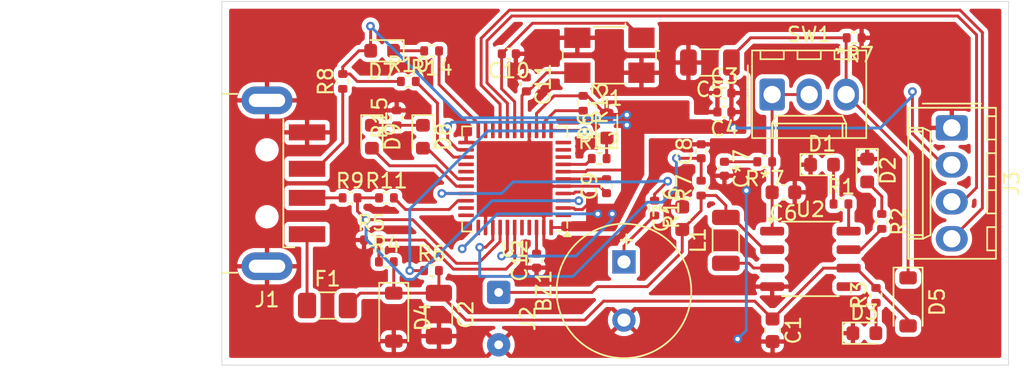
<source format=kicad_pcb>
(kicad_pcb (version 20241229) (generator "pcbnew") (generator_version "9.0")
  (layers (0 "F.Cu" signal) (2 "B.Cu" signal) (13 "F.Paste" user) (15 "B.Paste" user) (5 "F.SilkS" user "F.Silkscreen") (7 "B.SilkS" user "B.Silkscreen") (1 "F.Mask" user) (3 "B.Mask" user) (25 "Edge.Cuts" user))
  (net 0 "")
  (net 1 "GND")
  (net 2 "Net-(D5-K)")
  (net 3 "Net-(BZ1-+)")
  (net 4 "Net-(C*7-Pad1)")
  (net 5 "Net-(D4-K)")
  (net 6 "Net-(SW1-B)")
  (net 7 "Net-(J2-Pin_1)")
  (net 8 "Net-(U1-PF7)")
  (net 9 "Net-(U1-UCAP)")
  (net 10 "Net-(U1-XTAL1)")
  (net 11 "Net-(U1-XTAL2)")
  (net 12 "Net-(U1-AREF)")
  (net 13 "Net-(D1-A)")
  (net 14 "Net-(D2-A)")
  (net 15 "Net-(D3-A)")
  (net 16 "Net-(D6-K)")
  (net 17 "Net-(D7-K)")
  (net 18 "Net-(D8-A)")
  (net 19 "Net-(D8-K)")
  (net 20 "Net-(D9-A)")
  (net 21 "Net-(J1-VBUS)")
  (net 22 "Net-(J1-D+)")
  (net 23 "Net-(J1-D-)")
  (net 24 "Net-(U1-PF4)")
  (net 25 "Net-(U1-PB7)")
  (net 26 "Net-(U1-D-)")
  (net 27 "Net-(U1-PD4)")
  (net 28 "Net-(U1-PC6)")
  (net 29 "Net-(U1-PB0)")
  (net 30 "Net-(U1-~{RESET})")
  (net 31 "Net-(U1-PD5)")
  (net 32 "Net-(U1-PB6)")
  (net 45 "Net-(J3-Pin_3)")
  (net 46 "Net-(J3-Pin_4)")
  (net 47 "Net-(U2-SW)")
  (net 48 "Net-(U2-LED1)")
  (net 49 "Net-(U2-LED2)")
  (footprint "Resistor_SMD:R_0402_1005Metric" (layer "F.Cu") (at 169.16 114.82 180)
    (property "Reference" "R*7" (at 0 -1.17 0) (layer "F.SilkS"))
    (property "Value" "*1.5")
    (pad "1" smd roundrect (at -0.51 0 180) (size 0.54 0.64) (layers "F.Cu" "F.Mask" "F.Paste") (net 6 "Net-(SW1-B)"))
    (pad "2" smd roundrect (at 0.51 0 180) (size 0.54 0.64) (layers "F.Cu" "F.Mask" "F.Paste") (net 4 "Net-(C*7-Pad1)"))
  )
  (footprint "Connector_Molex:Molex_KK-254_AE-6410-04A_1x04_P2.54mm_Vertical" (layer "F.Cu") (at 182 112.49 -90)
    (property "Reference" "J3" (at 3.81 -4.12 90) (layer "F.SilkS"))
    (property "Value" "Conn_01x04_Pin")
    (pad "1" thru_hole roundrect (at 0 0 270) (size 1.74 2.19) (drill 1.19) (layers "*.Cu" "*.Mask") (roundrect_rratio 0.143678) (net 1 "GND"))
    (pad "2" thru_hole oval (at 2.54 0 270) (size 1.74 2.19) (drill 1.19) (layers "*.Cu" "*.Mask") (net 2 "Net-(D5-K)"))
    (pad "3" thru_hole oval (at 5.08 0 270) (size 1.74 2.19) (drill 1.19) (layers "*.Cu" "*.Mask") (net 45 "Net-(J3-Pin_3)"))
    (pad "4" thru_hole oval (at 7.62 0 270) (size 1.74 2.19) (drill 1.19) (layers "*.Cu" "*.Mask") (net 46 "Net-(J3-Pin_4)"))
  )
  (footprint "Resistor_SMD:R_0402_1005Metric" (layer "F.Cu") (at 175.3 106.3 180)
    (property "Reference" "*R7" (at 0 -1.17 0) (layer "F.SilkS"))
    (property "Value" "100")
    (pad "1" smd roundrect (at -0.51 0 180) (size 0.54 0.64) (layers "F.Cu" "F.Mask" "F.Paste") (net 1 "GND"))
    (pad "2" smd roundrect (at 0.51 0 180) (size 0.54 0.64) (layers "F.Cu" "F.Mask" "F.Paste") (net 2 "Net-(D5-K)"))
  )
  (footprint "Capacitor_SMD:C_0402_1005Metric" (layer "F.Cu") (at 153.5 121.62 90)
    (property "Reference" "C12" (at 0 -1.16 90) (layer "F.SilkS"))
    (property "Value" "0.1uF")
    (pad "1" smd roundrect (at -0.48 0 90) (size 0.56 0.62) (layers "F.Cu" "F.Mask" "F.Paste") (net 1 "GND"))
    (pad "2" smd roundrect (at 0.48 0 90) (size 0.56 0.62) (layers "F.Cu" "F.Mask" "F.Paste") (net 12 "Net-(U1-AREF)"))
  )
  (footprint "Diode_SMD:D_SOD-123" (layer "F.Cu") (at 179 124.45 -90)
    (property "Reference" "D5" (at 0 -2 90) (layer "F.SilkS"))
    (property "Value" "SS34")
    (pad "1" smd roundrect (at -1.65 0 270) (size 0.9 1.2) (layers "F.Cu" "F.Mask" "F.Paste") (net 2 "Net-(D5-K)"))
    (pad "2" smd roundrect (at 1.65 0 270) (size 0.9 1.2) (layers "F.Cu" "F.Mask" "F.Paste") (net 5 "Net-(D4-K)"))
  )
  (footprint "Resistor_SMD:R_0402_1005Metric" (layer "F.Cu") (at 143.2 117.3)
    (property "Reference" "R11" (at 0 -1.17 0) (layer "F.SilkS"))
    (property "Value" "1K")
    (pad "1" smd roundrect (at -0.51 0) (size 0.54 0.64) (layers "F.Cu" "F.Mask" "F.Paste") (net 26 "Net-(U1-D-)"))
    (pad "2" smd roundrect (at 0.51 0) (size 0.54 0.64) (layers "F.Cu" "F.Mask" "F.Paste") (net 28 "Net-(U1-PC6)"))
  )
  (footprint "LED_SMD:LED_0603_1608Metric" (layer "F.Cu") (at 142.9 107.19 180)
    (property "Reference" "D7" (at 0 -1.43 0) (layer "F.SilkS"))
    (property "Value" "-DATA_TX")
    (pad "1" smd roundrect (at -0.7875 0 180) (size 0.875 0.95) (layers "F.Cu" "F.Mask" "F.Paste") (net 17 "Net-(D7-K)"))
    (pad "2" smd roundrect (at 0.7875 0 180) (size 0.875 0.95) (layers "F.Cu" "F.Mask" "F.Paste") (net 2 "Net-(D5-K)"))
  )
  (footprint "Resistor_SMD:R_0402_1005Metric" (layer "F.Cu") (at 143.19 121.7)
    (property "Reference" "R4" (at 0 -1.17 0) (layer "F.SilkS"))
    (property "Value" "1K")
    (pad "1" smd roundrect (at -0.51 0) (size 0.54 0.64) (layers "F.Cu" "F.Mask" "F.Paste") (net 24 "Net-(U1-PF4)"))
    (pad "2" smd roundrect (at 0.51 0) (size 0.54 0.64) (layers "F.Cu" "F.Mask" "F.Paste") (net 5 "Net-(D4-K)"))
  )
  (footprint "Capacitor_SMD:C_0603_1608Metric" (layer "F.Cu") (at 163.5 118.7 90)
    (property "Reference" "C7" (at 0 -1.43 90) (layer "F.SilkS"))
    (property "Value" "10uF")
    (pad "1" smd roundrect (at -0.775 0 90) (size 0.9 0.95) (layers "F.Cu" "F.Mask" "F.Paste") (net 7 "Net-(J2-Pin_1)"))
    (pad "2" smd roundrect (at 0.775 0 90) (size 0.9 0.95) (layers "F.Cu" "F.Mask" "F.Paste") (net 1 "GND"))
  )
  (footprint "Resistor_SMD:R_0402_1005Metric" (layer "F.Cu") (at 146.3 107.2 180)
    (property "Reference" "R14" (at 0 -1.17 0) (layer "F.SilkS"))
    (property "Value" "1K")
    (pad "1" smd roundrect (at -0.51 0 180) (size 0.54 0.64) (layers "F.Cu" "F.Mask" "F.Paste") (net 31 "Net-(U1-PD5)"))
    (pad "2" smd roundrect (at 0.51 0 180) (size 0.54 0.64) (layers "F.Cu" "F.Mask" "F.Paste") (net 17 "Net-(D7-K)"))
  )
  (footprint "LED_SMD:LED_0603_1608Metric" (layer "F.Cu") (at 142.2 113.1 -90)
    (property "Reference" "D9" (at 0 -1.43 90) (layer "F.SilkS"))
    (property "Value" "OK")
    (pad "1" smd roundrect (at -0.7875 0 270) (size 0.875 0.95) (layers "F.Cu" "F.Mask" "F.Paste") (net 19 "Net-(D8-K)"))
    (pad "2" smd roundrect (at 0.7875 0 270) (size 0.875 0.95) (layers "F.Cu" "F.Mask" "F.Paste") (net 20 "Net-(D9-A)"))
  )
  (footprint "Inductor_SMD:L_1206_3216Metric" (layer "F.Cu") (at 166.495 120.22 90)
    (property "Reference" "L1" (at 0 -1.9 90) (layer "F.SilkS"))
    (property "Value" "L")
    (pad "1" smd roundrect (at -1.575 0 90) (size 1.05 1.9) (layers "F.Cu" "F.Mask" "F.Paste") (roundrect_rratio 0.238095) (net 47 "Net-(U2-SW)"))
    (pad "2" smd roundrect (at 1.575 0 90) (size 1.05 1.9) (layers "F.Cu" "F.Mask" "F.Paste") (roundrect_rratio 0.238095) (net 7 "Net-(J2-Pin_1)"))
  )
  (footprint "Package_SO:SOP-8_3.9x4.9mm_P1.27mm" (layer "F.Cu") (at 172.295 121.495)
    (property "Reference" "U2" (at 0 -3.4 0) (layer "F.SilkS"))
    (property "Value" "TP4333")
    (pad "1" smd roundrect (at -2.625 -1.905) (size 1.65 0.6) (layers "F.Cu" "F.Mask" "F.Paste") (net 6 "Net-(SW1-B)"))
    (pad "2" smd roundrect (at -2.625 -0.635) (size 1.65 0.6) (layers "F.Cu" "F.Mask" "F.Paste") (net 7 "Net-(J2-Pin_1)"))
    (pad "3" smd roundrect (at -2.625 0.635) (size 1.65 0.6) (layers "F.Cu" "F.Mask" "F.Paste") (net 47 "Net-(U2-SW)"))
    (pad "4" smd roundrect (at -2.625 1.905) (size 1.65 0.6) (layers "F.Cu" "F.Mask" "F.Paste") (net 1 "GND"))
    (pad "5" smd roundrect (at 2.625 1.905) (size 1.65 0.6) (layers "F.Cu" "F.Mask" "F.Paste"))
    (pad "6" smd roundrect (at 2.625 0.635) (size 1.65 0.6) (layers "F.Cu" "F.Mask" "F.Paste") (net 5 "Net-(D4-K)"))
    (pad "7" smd roundrect (at 2.625 -0.635) (size 1.65 0.6) (layers "F.Cu" "F.Mask" "F.Paste") (net 49 "Net-(U2-LED2)"))
    (pad "8" smd roundrect (at 2.625 -1.905) (size 1.65 0.6) (layers "F.Cu" "F.Mask" "F.Paste") (net 48 "Net-(U2-LED1)"))
  )
  (footprint "Package_DFN_QFN:QFN-44-1EP_7x7mm_P0.5mm_EP5.2x5.2mm" (layer "F.Cu") (at 152 116 180)
    (property "Reference" "U1" (at 0 -4.83 0) (layer "F.SilkS"))
    (property "Value" "ATmega32U4-M")
    (pad "1" smd roundrect (at -3.3375 -2.5 180) (size 1.075 0.25) (layers "F.Cu" "F.Mask" "F.Paste"))
    (pad "2" smd roundrect (at -3.3375 -2 180) (size 1.075 0.25) (layers "F.Cu" "F.Mask" "F.Paste") (net 2 "Net-(D5-K)"))
    (pad "3" smd roundrect (at -3.3375 -1.5 180) (size 1.075 0.25) (layers "F.Cu" "F.Mask" "F.Paste") (net 26 "Net-(U1-D-)"))
    (pad "4" smd roundrect (at -3.3375 -1 180) (size 1.075 0.25) (layers "F.Cu" "F.Mask" "F.Paste") (net 2 "Net-(D5-K)"))
    (pad "5" smd roundrect (at -3.3375 -0.5 180) (size 1.075 0.25) (layers "F.Cu" "F.Mask" "F.Paste") (net 1 "GND"))
    (pad "6" smd roundrect (at -3.3375 0 180) (size 1.075 0.25) (layers "F.Cu" "F.Mask" "F.Paste") (net 9 "Net-(U1-UCAP)"))
    (pad "7" smd roundrect (at -3.3375 0.5 180) (size 1.075 0.25) (layers "F.Cu" "F.Mask" "F.Paste") (net 2 "Net-(D5-K)"))
    (pad "8" smd roundrect (at -3.3375 1 180) (size 1.075 0.25) (layers "F.Cu" "F.Mask" "F.Paste") (net 29 "Net-(U1-PB0)"))
    (pad "9" smd roundrect (at -3.3375 1.5 180) (size 1.075 0.25) (layers "F.Cu" "F.Mask" "F.Paste"))
    (pad "10" smd roundrect (at -3.3375 2 180) (size 1.075 0.25) (layers "F.Cu" "F.Mask" "F.Paste"))
    (pad "11" smd roundrect (at -3.3375 2.5 180) (size 1.075 0.25) (layers "F.Cu" "F.Mask" "F.Paste"))
    (pad "12" smd roundrect (at -2.5 3.3375 180) (size 0.25 1.075) (layers "F.Cu" "F.Mask" "F.Paste") (net 25 "Net-(U1-PB7)"))
    (pad "13" smd roundrect (at -2 3.3375 180) (size 0.25 1.075) (layers "F.Cu" "F.Mask" "F.Paste") (net 30 "Net-(U1-~{RESET})"))
    (pad "14" smd roundrect (at -1.5 3.3375 180) (size 0.25 1.075) (layers "F.Cu" "F.Mask" "F.Paste") (net 2 "Net-(D5-K)"))
    (pad "15" smd roundrect (at -1 3.3375 180) (size 0.25 1.075) (layers "F.Cu" "F.Mask" "F.Paste") (net 1 "GND"))
    (pad "16" smd roundrect (at -0.5 3.3375 180) (size 0.25 1.075) (layers "F.Cu" "F.Mask" "F.Paste") (net 11 "Net-(U1-XTAL2)"))
    (pad "17" smd roundrect (at 0 3.3375 180) (size 0.25 1.075) (layers "F.Cu" "F.Mask" "F.Paste") (net 10 "Net-(U1-XTAL1)"))
    (pad "18" smd roundrect (at 0.5 3.3375 180) (size 0.25 1.075) (layers "F.Cu" "F.Mask" "F.Paste") (net 45 "Net-(J3-Pin_3)"))
    (pad "19" smd roundrect (at 1 3.3375 180) (size 0.25 1.075) (layers "F.Cu" "F.Mask" "F.Paste") (net 46 "Net-(J3-Pin_4)"))
    (pad "20" smd roundrect (at 1.5 3.3375 180) (size 0.25 1.075) (layers "F.Cu" "F.Mask" "F.Paste"))
    (pad "21" smd roundrect (at 2 3.3375 180) (size 0.25 1.075) (layers "F.Cu" "F.Mask" "F.Paste"))
    (pad "22" smd roundrect (at 2.5 3.3375 180) (size 0.25 1.075) (layers "F.Cu" "F.Mask" "F.Paste") (net 31 "Net-(U1-PD5)"))
    (pad "23" smd roundrect (at 3.3375 2.5 180) (size 1.075 0.25) (layers "F.Cu" "F.Mask" "F.Paste") (net 1 "GND"))
    (pad "24" smd roundrect (at 3.3375 2 180) (size 1.075 0.25) (layers "F.Cu" "F.Mask" "F.Paste") (net 2 "Net-(D5-K)"))
    (pad "25" smd roundrect (at 3.3375 1.5 180) (size 1.075 0.25) (layers "F.Cu" "F.Mask" "F.Paste") (net 27 "Net-(U1-PD4)"))
    (pad "26" smd roundrect (at 3.3375 1 180) (size 1.075 0.25) (layers "F.Cu" "F.Mask" "F.Paste"))
    (pad "27" smd roundrect (at 3.3375 0.5 180) (size 1.075 0.25) (layers "F.Cu" "F.Mask" "F.Paste"))
    (pad "28" smd roundrect (at 3.3375 0 180) (size 1.075 0.25) (layers "F.Cu" "F.Mask" "F.Paste") (net 18 "Net-(D8-A)"))
    (pad "29" smd roundrect (at 3.3375 -0.5 180) (size 1.075 0.25) (layers "F.Cu" "F.Mask" "F.Paste") (net 20 "Net-(D9-A)"))
    (pad "30" smd roundrect (at 3.3375 -1 180) (size 1.075 0.25) (layers "F.Cu" "F.Mask" "F.Paste") (net 32 "Net-(U1-PB6)"))
    (pad "31" smd roundrect (at 3.3375 -1.5 180) (size 1.075 0.25) (layers "F.Cu" "F.Mask" "F.Paste") (net 28 "Net-(U1-PC6)"))
    (pad "32" smd roundrect (at 3.3375 -2 180) (size 1.075 0.25) (layers "F.Cu" "F.Mask" "F.Paste"))
    (pad "33" smd roundrect (at 3.3375 -2.5 180) (size 1.075 0.25) (layers "F.Cu" "F.Mask" "F.Paste"))
    (pad "34" smd roundrect (at 2.5 -3.3375 180) (size 0.25 1.075) (layers "F.Cu" "F.Mask" "F.Paste") (net 2 "Net-(D5-K)"))
    (pad "35" smd roundrect (at 2 -3.3375 180) (size 0.25 1.075) (layers "F.Cu" "F.Mask" "F.Paste") (net 1 "GND"))
    (pad "36" smd roundrect (at 1.5 -3.3375 180) (size 0.25 1.075) (layers "F.Cu" "F.Mask" "F.Paste") (net 8 "Net-(U1-PF7)"))
    (pad "37" smd roundrect (at 1 -3.3375 180) (size 0.25 1.075) (layers "F.Cu" "F.Mask" "F.Paste") (net 26 "Net-(U1-D-)"))
    (pad "38" smd roundrect (at 0.5 -3.3375 180) (size 0.25 1.075) (layers "F.Cu" "F.Mask" "F.Paste") (net 2 "Net-(D5-K)"))
    (pad "39" smd roundrect (at 0 -3.3375 180) (size 0.25 1.075) (layers "F.Cu" "F.Mask" "F.Paste") (net 24 "Net-(U1-PF4)"))
    (pad "40" smd roundrect (at -0.5 -3.3375 180) (size 0.25 1.075) (layers "F.Cu" "F.Mask" "F.Paste"))
    (pad "41" smd roundrect (at -1 -3.3375 180) (size 0.25 1.075) (layers "F.Cu" "F.Mask" "F.Paste"))
    (pad "42" smd roundrect (at -1.5 -3.3375 180) (size 0.25 1.075) (layers "F.Cu" "F.Mask" "F.Paste") (net 12 "Net-(U1-AREF)"))
    (pad "43" smd roundrect (at -2 -3.3375 180) (size 0.25 1.075) (layers "F.Cu" "F.Mask" "F.Paste") (net 1 "GND"))
    (pad "44" smd roundrect (at -2.5 -3.3375 180) (size 0.25 1.075) (layers "F.Cu" "F.Mask" "F.Paste") (net 2 "Net-(D5-K)"))
    (pad "45" smd rect (at 0 0 180) (size 5.2 5.2) (property pad_prop_heatsink) (layers "F.Cu" "F.Mask") (net 1 "GND"))
  )
  (footprint "Resistor_SMD:R_0402_1005Metric" (layer "F.Cu") (at 157.8 114.6)
    (property "Reference" "R12" (at 0 -1.17 0) (layer "F.SilkS"))
    (property "Value" "1K")
    (pad "1" smd roundrect (at -0.51 0) (size 0.54 0.64) (layers "F.Cu" "F.Mask" "F.Paste") (net 29 "Net-(U1-PB0)"))
    (pad "2" smd roundrect (at 0.51 0) (size 0.54 0.64) (layers "F.Cu" "F.Mask" "F.Paste") (net 16 "Net-(D6-K)"))
  )
  (footprint "Capacitor_SMD:C_0402_1005Metric" (layer "F.Cu") (at 166.395 111.4 180)
    (property "Reference" "C4" (at 0 -1.16 0) (layer "F.SilkS"))
    (property "Value" "1uF")
    (pad "1" smd roundrect (at -0.48 0 180) (size 0.56 0.62) (layers "F.Cu" "F.Mask" "F.Paste") (net 2 "Net-(D5-K)"))
    (pad "2" smd roundrect (at 0.48 0 180) (size 0.56 0.62) (layers "F.Cu" "F.Mask" "F.Paste") (net 1 "GND"))
  )
  (footprint "Resistor_SMD:R_0402_1005Metric" (layer "F.Cu") (at 144.7 109.3)
    (property "Reference" "R10" (at 0 -1.17 0) (layer "F.SilkS"))
    (property "Value" "1K")
    (pad "1" smd roundrect (at -0.51 0) (size 0.54 0.64) (layers "F.Cu" "F.Mask" "F.Paste") (net 2 "Net-(D5-K)"))
    (pad "2" smd roundrect (at 0.51 0) (size 0.54 0.64) (layers "F.Cu" "F.Mask" "F.Paste") (net 27 "Net-(U1-PD4)"))
  )
  (footprint "Resistor_SMD:R_0402_1005Metric" (layer "F.Cu") (at 146.29 122.3)
    (property "Reference" "R6" (at 0 -1.17 0) (layer "F.SilkS"))
    (property "Value" "1K")
    (pad "1" smd roundrect (at -0.51 0) (size 0.54 0.64) (layers "F.Cu" "F.Mask" "F.Paste") (net 25 "Net-(U1-PB7)"))
    (pad "2" smd roundrect (at 0.51 0) (size 0.54 0.64) (layers "F.Cu" "F.Mask" "F.Paste") (net 5 "Net-(D4-K)"))
  )
  (footprint "Resistor_SMD:R_0402_1005Metric" (layer "F.Cu") (at 164.795 116.63 90)
    (property "Reference" "R7" (at 0 -1.17 90) (layer "F.SilkS"))
    (property "Value" "4K7")
    (pad "1" smd roundrect (at -0.51 0 90) (size 0.54 0.64) (layers "F.Cu" "F.Mask" "F.Paste") (net 7 "Net-(J2-Pin_1)"))
    (pad "2" smd roundrect (at 0.51 0 90) (size 0.54 0.64) (layers "F.Cu" "F.Mask" "F.Paste") (net 8 "Net-(U1-PF7)"))
  )
  (footprint "Capacitor_SMD:C_0402_1005Metric" (layer "F.Cu") (at 164.8 114.1 90)
    (property "Reference" "C8" (at 0 -1.16 90) (layer "F.SilkS"))
    (property "Value" "0.1uF")
    (pad "1" smd roundrect (at -0.48 0 90) (size 0.56 0.62) (layers "F.Cu" "F.Mask" "F.Paste") (net 8 "Net-(U1-PF7)"))
    (pad "2" smd roundrect (at 0.48 0 90) (size 0.56 0.62) (layers "F.Cu" "F.Mask" "F.Paste") (net 1 "GND"))
  )
  (footprint "LED_SMD:LED_0603_1608Metric" (layer "F.Cu") (at 176 126.6)
    (property "Reference" "D3" (at 0 -1.43 0) (layer "F.SilkS"))
    (property "Value" "VUSB")
    (pad "1" smd roundrect (at -0.7875 0) (size 0.875 0.95) (layers "F.Cu" "F.Mask" "F.Paste") (net 1 "GND"))
    (pad "2" smd roundrect (at 0.7875 0) (size 0.875 0.95) (layers "F.Cu" "F.Mask" "F.Paste") (net 15 "Net-(D3-A)"))
  )
  (footprint "Resistor_SMD:R_0402_1005Metric" (layer "F.Cu") (at 176.8 124 90)
    (property "Reference" "R3" (at 0 -1.17 90) (layer "F.SilkS"))
    (property "Value" "1K")
    (pad "1" smd roundrect (at -0.51 0 90) (size 0.54 0.64) (layers "F.Cu" "F.Mask" "F.Paste") (net 15 "Net-(D3-A)"))
    (pad "2" smd roundrect (at 0.51 0 90) (size 0.54 0.64) (layers "F.Cu" "F.Mask" "F.Paste") (net 5 "Net-(D4-K)"))
  )
  (footprint "LED_SMD:LED_0603_1608Metric" (layer "F.Cu") (at 176.195 115.42 -90)
    (property "Reference" "D2" (at 0 -1.43 90) (layer "F.SilkS"))
    (property "Value" "LED DISCHARGE")
    (pad "1" smd roundrect (at -0.7875 0 270) (size 0.875 0.95) (layers "F.Cu" "F.Mask" "F.Paste") (net 1 "GND"))
    (pad "2" smd roundrect (at 0.7875 0 270) (size 0.875 0.95) (layers "F.Cu" "F.Mask" "F.Paste") (net 14 "Net-(D2-A)"))
  )
  (footprint "Capacitor_SMD:C_0603_1608Metric" (layer "F.Cu") (at 169.7 126.4 -90)
    (property "Reference" "C1" (at 0 -1.43 90) (layer "F.SilkS"))
    (property "Value" "10uF")
    (pad "1" smd roundrect (at -0.775 0 270) (size 0.9 0.95) (layers "F.Cu" "F.Mask" "F.Paste") (net 5 "Net-(D4-K)"))
    (pad "2" smd roundrect (at 0.775 0 270) (size 0.9 0.95) (layers "F.Cu" "F.Mask" "F.Paste") (net 1 "GND"))
  )
  (footprint "Capacitor_SMD:C_0603_1608Metric" (layer "F.Cu") (at 170.445 116.92 180)
    (property "Reference" "C6" (at 0 -1.43 0) (layer "F.SilkS"))
    (property "Value" "10uF")
    (pad "1" smd roundrect (at -0.775 0 180) (size 0.9 0.95) (layers "F.Cu" "F.Mask" "F.Paste") (net 1 "GND"))
    (pad "2" smd roundrect (at 0.775 0 180) (size 0.9 0.95) (layers "F.Cu" "F.Mask" "F.Paste") (net 6 "Net-(SW1-B)"))
  )
  (footprint "Capacitor_SMD:C_1206_3216Metric" (layer "F.Cu") (at 165.4 108 180)
    (property "Reference" "C5" (at 0 -1.85 0) (layer "F.SilkS"))
    (property "Value" "10uF")
    (pad "1" smd roundrect (at -1.475 0 180) (size 1.15 1.8) (layers "F.Cu" "F.Mask" "F.Paste") (roundrect_rratio 0.217391) (net 2 "Net-(D5-K)"))
    (pad "2" smd roundrect (at 1.475 0 180) (size 1.15 1.8) (layers "F.Cu" "F.Mask" "F.Paste") (roundrect_rratio 0.217391) (net 1 "GND"))
  )
  (footprint "Capacitor_SMD:C_0402_1005Metric" (layer "F.Cu") (at 166.395 110.1)
    (property "Reference" "C3" (at 0 -1.16 0) (layer "F.SilkS"))
    (property "Value" "0.1uF")
    (pad "1" smd roundrect (at -0.48 0) (size 0.56 0.62) (layers "F.Cu" "F.Mask" "F.Paste") (net 1 "GND"))
    (pad "2" smd roundrect (at 0.48 0) (size 0.56 0.62) (layers "F.Cu" "F.Mask" "F.Paste") (net 2 "Net-(D5-K)"))
  )
  (footprint "Capacitor_SMD:C_1206_3216Metric" (layer "F.Cu") (at 146.8 125.325 -90)
    (property "Reference" "C2" (at 0 -1.85 90) (layer "F.SilkS"))
    (property "Value" "10uF")
    (pad "1" smd roundrect (at -1.475 0 270) (size 1.15 1.8) (layers "F.Cu" "F.Mask" "F.Paste") (roundrect_rratio 0.217391) (net 5 "Net-(D4-K)"))
    (pad "2" smd roundrect (at 1.475 0 270) (size 1.15 1.8) (layers "F.Cu" "F.Mask" "F.Paste") (roundrect_rratio 0.217391) (net 1 "GND"))
  )
  (footprint "Connector_USB:USB_A_CNCTech_1001-011-01101_Horizontal" (layer "F.Cu") (at 128.1 116.3 180)
    (property "Reference" "J1" (at -6.9 -8 0) (layer "F.SilkS"))
    (property "Value" "USB_A")
    (pad "" np_thru_hole circle (at -6.9 -2.3 180) (size 1.1 1.1) (drill 1.1) (layers "*.Cu" "*.Mask"))
    (pad "" np_thru_hole circle (at -6.9 2.3 180) (size 1.1 1.1) (drill 1.1) (layers "*.Cu" "*.Mask"))
    (pad "1" smd rect (at -9.65 -3.5 180) (size 2.5 1.1) (layers "F.Cu" "F.Mask" "F.Paste") (net 21 "Net-(J1-VBUS)"))
    (pad "2" smd rect (at -9.65 -1 180) (size 2.5 1.1) (layers "F.Cu" "F.Mask" "F.Paste") (net 23 "Net-(J1-D-)"))
    (pad "3" smd rect (at -9.65 1 180) (size 2.5 1.1) (layers "F.Cu" "F.Mask" "F.Paste") (net 22 "Net-(J1-D+)"))
    (pad "4" smd rect (at -9.65 3.5 180) (size 2.5 1.1) (layers "F.Cu" "F.Mask" "F.Paste") (net 1 "GND"))
    (pad "5" thru_hole oval (at -6.9 -5.7 180) (size 3.5 1.9) (drill oval 2.5 0.9) (property pad_prop_heatsink) (layers "*.Cu" "*.Mask") (net 1 "GND"))
    (pad "5" thru_hole oval (at -6.9 5.7 180) (size 3.5 1.9) (drill oval 2.5 0.9) (property pad_prop_heatsink) (layers "*.Cu" "*.Mask") (net 1 "GND"))
  )
  (footprint "LED_SMD:LED_0603_1608Metric" (layer "F.Cu") (at 173.095 115.02)
    (property "Reference" "D1" (at 0 -1.43 0) (layer "F.SilkS"))
    (property "Value" "LED CHARGE")
    (pad "1" smd roundrect (at -0.7875 0) (size 0.875 0.95) (layers "F.Cu" "F.Mask" "F.Paste") (net 1 "GND"))
    (pad "2" smd roundrect (at 0.7875 0) (size 0.875 0.95) (layers "F.Cu" "F.Mask" "F.Paste") (net 13 "Net-(D1-A)"))
  )
  (footprint "Resistor_SMD:R_0402_1005Metric" (layer "F.Cu") (at 156.7 110.8 -90)
    (property "Reference" "R13" (at 0 -1.17 90) (layer "F.SilkS"))
    (property "Value" "1K")
    (pad "1" smd roundrect (at -0.51 0 270) (size 0.54 0.64) (layers "F.Cu" "F.Mask" "F.Paste") (net 2 "Net-(D5-K)"))
    (pad "2" smd roundrect (at 0.51 0 270) (size 0.54 0.64) (layers "F.Cu" "F.Mask" "F.Paste") (net 30 "Net-(U1-~{RESET})"))
  )
  (footprint "Buzzer_Beeper:MagneticBuzzer_PUI_AT-0927-TT-6-R" (layer "F.Cu") (at 159.5 121.7 -90)
    (property "Reference" "BZ1" (at 2 5.5 90) (layer "F.SilkS"))
    (property "Value" "Buzzer")
    (fp_text user "+" (at -1.5 -0.1 90) (layer "F.SilkS"))
    (pad "1" thru_hole rect (at 0 0 270) (size 1.6 1.6) (drill 0.9) (layers "*.Cu" "*.Mask") (net 3 "Net-(BZ1-+)"))
    (pad "2" thru_hole circle (at 4 0 270) (size 1.6 1.6) (drill 0.9) (layers "*.Cu" "*.Mask") (net 1 "GND"))
  )
  (footprint "Resistor_SMD:R_0402_1005Metric" (layer "F.Cu") (at 174.395 117.72)
    (property "Reference" "R1" (at 0 -1.17 0) (layer "F.SilkS"))
    (property "Value" "100")
    (pad "1" smd roundrect (at -0.51 0) (size 0.54 0.64) (layers "F.Cu" "F.Mask" "F.Paste") (net 13 "Net-(D1-A)"))
    (pad "2" smd roundrect (at 0.51 0) (size 0.54 0.64) (layers "F.Cu" "F.Mask" "F.Paste") (net 48 "Net-(U2-LED1)"))
  )
  (footprint "LED_SMD:LED_0603_1608Metric" (layer "F.Cu") (at 145.7 113.1 -90)
    (property "Reference" "D8" (at 0 -1.43 90) (layer "F.SilkS"))
    (property "Value" "BAD")
    (pad "1" smd roundrect (at -0.7875 0 270) (size 0.875 0.95) (layers "F.Cu" "F.Mask" "F.Paste") (net 19 "Net-(D8-K)"))
    (pad "2" smd roundrect (at 0.7875 0 270) (size 0.875 0.95) (layers "F.Cu" "F.Mask" "F.Paste") (net 18 "Net-(D8-A)"))
  )
  (footprint "Fuse:Fuse_1206_3216Metric" (layer "F.Cu") (at 139.15 124.7)
    (property "Reference" "F1" (at 0 -1.83 0) (layer "F.SilkS"))
    (property "Value" "500mA")
    (pad "1" smd roundrect (at -1.4 0) (size 1.25 1.75) (layers "F.Cu" "F.Mask" "F.Paste") (roundrect_rratio 0.2) (net 21 "Net-(J1-VBUS)"))
    (pad "2" smd roundrect (at 1.4 0) (size 1.25 1.75) (layers "F.Cu" "F.Mask" "F.Paste") (roundrect_rratio 0.2) (net 5 "Net-(D4-K)"))
  )
  (footprint "LED_SMD:LED_0603_1608Metric" (layer "F.Cu") (at 158.31 112.4 90)
    (property "Reference" "D6" (at 0 -1.43 90) (layer "F.SilkS"))
    (property "Value" "-DATA_TX")
    (pad "1" smd roundrect (at -0.7875 0 90) (size 0.875 0.95) (layers "F.Cu" "F.Mask" "F.Paste") (net 16 "Net-(D6-K)"))
    (pad "2" smd roundrect (at 0.7875 0 90) (size 0.875 0.95) (layers "F.Cu" "F.Mask" "F.Paste") (net 2 "Net-(D5-K)"))
  )
  (footprint "Resistor_SMD:R_0402_1005Metric" (layer "F.Cu") (at 143.9 111.8 90)
    (property "Reference" "R15" (at 0 -1.17 90) (layer "F.SilkS"))
    (property "Value" "1K")
    (pad "1" smd roundrect (at -0.51 0 90) (size 0.54 0.64) (layers "F.Cu" "F.Mask" "F.Paste") (net 19 "Net-(D8-K)"))
    (pad "2" smd roundrect (at 0.51 0 90) (size 0.54 0.64) (layers "F.Cu" "F.Mask" "F.Paste") (net 1 "GND"))
  )
  (footprint "Connector_Wire:SolderWire-0.1sqmm_1x02_P3.6mm_D0.4mm_OD1mm" (layer "F.Cu") (at 150.9 123.8 -90)
    (property "Reference" "J2" (at 1.8 -2 90) (layer "F.SilkS"))
    (property "Value" "BAT")
    (pad "1" thru_hole roundrect (at 0 0 270) (size 1.6 1.6) (drill 0.6) (layers "*.Cu" "*.Mask") (roundrect_rratio 0.15625) (net 7 "Net-(J2-Pin_1)"))
    (pad "2" thru_hole circle (at 3.6 0 270) (size 1.6 1.6) (drill 0.6) (layers "*.Cu" "*.Mask") (net 1 "GND"))
  )
  (footprint "Resistor_SMD:R_0402_1005Metric" (layer "F.Cu") (at 140.2 109.3 90)
    (property "Reference" "R8" (at 0 -1.17 90) (layer "F.SilkS"))
    (property "Value" "22R")
    (pad "1" smd roundrect (at -0.51 0 90) (size 0.54 0.64) (layers "F.Cu" "F.Mask" "F.Paste") (net 22 "Net-(J1-D+)"))
    (pad "2" smd roundrect (at 0.51 0 90) (size 0.54 0.64) (layers "F.Cu" "F.Mask" "F.Paste") (net 2 "Net-(D5-K)"))
  )
  (footprint "Resistor_SMD:R_0402_1005Metric" (layer "F.Cu") (at 142.17 120.2)
    (property "Reference" "R5" (at 0 -1.17 0) (layer "F.SilkS"))
    (property "Value" "1K")
    (pad "1" smd roundrect (at -0.51 0) (size 0.54 0.64) (layers "F.Cu" "F.Mask" "F.Paste") (net 1 "GND"))
    (pad "2" smd roundrect (at 0.51 0) (size 0.54 0.64) (layers "F.Cu" "F.Mask" "F.Paste") (net 24 "Net-(U1-PF4)"))
  )
  (footprint "Capacitor_SMD:C_0402_1005Metric" (layer "F.Cu") (at 152.8 109.5 -90)
    (property "Reference" "C11" (at 0 -1.16 90) (layer "F.SilkS"))
    (property "Value" "22pF")
    (pad "1" smd roundrect (at -0.48 0 270) (size 0.56 0.62) (layers "F.Cu" "F.Mask" "F.Paste") (net 1 "GND"))
    (pad "2" smd roundrect (at 0.48 0 270) (size 0.56 0.62) (layers "F.Cu" "F.Mask" "F.Paste") (net 11 "Net-(U1-XTAL2)"))
  )
  (footprint "Diode_SMD:D_SOD-123" (layer "F.Cu") (at 143.7 125.5 -90)
    (property "Reference" "D4" (at 0 -2 90) (layer "F.SilkS"))
    (property "Value" "1N4148W")
    (pad "1" smd roundrect (at -1.65 0 270) (size 0.9 1.2) (layers "F.Cu" "F.Mask" "F.Paste") (net 5 "Net-(D4-K)"))
    (pad "2" smd roundrect (at 1.65 0 270) (size 0.9 1.2) (layers "F.Cu" "F.Mask" "F.Paste") (net 1 "GND"))
  )
  (footprint "Capacitor_SMD:C_0402_1005Metric" (layer "F.Cu") (at 151.6 107.4 180)
    (property "Reference" "C10" (at 0 -1.16 0) (layer "F.SilkS"))
    (property "Value" "22pF")
    (pad "1" smd roundrect (at -0.48 0 180) (size 0.56 0.62) (layers "F.Cu" "F.Mask" "F.Paste") (net 1 "GND"))
    (pad "2" smd roundrect (at 0.48 0 180) (size 0.56 0.62) (layers "F.Cu" "F.Mask" "F.Paste") (net 10 "Net-(U1-XTAL1)"))
  )
  (footprint "Resistor_SMD:R_0402_1005Metric" (layer "F.Cu") (at 161.6 118 -90)
    (property "Reference" "R16" (at 0 -1.17 90) (layer "F.SilkS"))
    (property "Value" "200R")
    (pad "1" smd roundrect (at -0.51 0 270) (size 0.54 0.64) (layers "F.Cu" "F.Mask" "F.Paste") (net 32 "Net-(U1-PB6)"))
    (pad "2" smd roundrect (at 0.51 0 270) (size 0.54 0.64) (layers "F.Cu" "F.Mask" "F.Paste") (net 3 "Net-(BZ1-+)"))
  )
  (footprint "Resistor_SMD:R_0402_1005Metric" (layer "F.Cu") (at 140.7 117.3)
    (property "Reference" "R9" (at 0 -1.17 0) (layer "F.SilkS"))
    (property "Value" "22R")
    (pad "1" smd roundrect (at -0.51 0) (size 0.54 0.64) (layers "F.Cu" "F.Mask" "F.Paste") (net 23 "Net-(J1-D-)"))
    (pad "2" smd roundrect (at 0.51 0) (size 0.54 0.64) (layers "F.Cu" "F.Mask" "F.Paste") (net 26 "Net-(U1-D-)"))
  )
  (footprint "Capacitor_SMD:C_0402_1005Metric" (layer "F.Cu") (at 166.395 115.3 -90)
    (property "Reference" "C*7" (at 0 -1.16 90) (layer "F.SilkS"))
    (property "Value" "*2.2uF")
    (pad "1" smd roundrect (at -0.48 0 270) (size 0.56 0.62) (layers "F.Cu" "F.Mask" "F.Paste") (net 4 "Net-(C*7-Pad1)"))
    (pad "2" smd roundrect (at 0.48 0 270) (size 0.56 0.62) (layers "F.Cu" "F.Mask" "F.Paste") (net 1 "GND"))
  )
  (footprint "Connector_Molex:Molex_KK-254_AE-6410-03A_1x03_P2.54mm_Vertical" (layer "F.Cu") (at 169.67 110.2)
    (property "Reference" "SW1" (at 2.54 -4.12 0) (layer "F.SilkS"))
    (property "Value" "SW_SPDT_321")
    (pad "1" thru_hole roundrect (at 0 0) (size 1.74 2.19) (drill 1.19) (layers "*.Cu" "*.Mask") (roundrect_rratio 0.143678) (net 6 "Net-(SW1-B)"))
    (pad "2" thru_hole oval (at 2.54 0) (size 1.74 2.19) (drill 1.19) (layers "*.Cu" "*.Mask") (net 6 "Net-(SW1-B)"))
    (pad "3" thru_hole oval (at 5.08 0) (size 1.74 2.19) (drill 1.19) (layers "*.Cu" "*.Mask") (net 2 "Net-(D5-K)"))
  )
  (footprint "Resistor_SMD:R_0402_1005Metric" (layer "F.Cu") (at 177.195 118.92 -90)
    (property "Reference" "R2" (at 0 -1.17 90) (layer "F.SilkS"))
    (property "Value" "100")
    (pad "1" smd roundrect (at -0.51 0 270) (size 0.54 0.64) (layers "F.Cu" "F.Mask" "F.Paste") (net 14 "Net-(D2-A)"))
    (pad "2" smd roundrect (at 0.51 0 270) (size 0.54 0.64) (layers "F.Cu" "F.Mask" "F.Paste") (net 49 "Net-(U2-LED2)"))
  )
  (footprint "Capacitor_SMD:C_0402_1005Metric" (layer "F.Cu") (at 158.3 116.5 90)
    (property "Reference" "C9" (at 0 -1.16 90) (layer "F.SilkS"))
    (property "Value" "1uF")
    (pad "1" smd roundrect (at -0.48 0 90) (size 0.56 0.62) (layers "F.Cu" "F.Mask" "F.Paste") (net 1 "GND"))
    (pad "2" smd roundrect (at 0.48 0 90) (size 0.56 0.62) (layers "F.Cu" "F.Mask" "F.Paste") (net 9 "Net-(U1-UCAP)"))
  )
  (footprint "Crystal:Crystal_SMD_0603-4Pin_6.0x3.5mm" (layer "F.Cu") (at 158.5 107.5 180)
    (property "Reference" "Y1" (at 0 -2.95 0) (layer "F.SilkS"))
    (property "Value" "16MHz")
    (pad "1" smd rect (at -2.2 1.2 180) (size 1.8 1.4) (layers "F.Cu" "F.Mask" "F.Paste") (net 10 "Net-(U1-XTAL1)"))
    (pad "2" smd rect (at 2.2 1.2 180) (size 1.8 1.4) (layers "F.Cu" "F.Mask" "F.Paste") (net 1 "GND"))
    (pad "3" smd rect (at 2.2 -1.2 180) (size 1.8 1.4) (layers "F.Cu" "F.Mask" "F.Paste") (net 11 "Net-(U1-XTAL2)"))
    (pad "4" smd rect (at -2.2 -1.2 180) (size 1.8 1.4) (layers "F.Cu" "F.Mask" "F.Paste") (net 1 "GND"))
  )
  (gr_rect (start 131.9 103.8) (end 185.9 128.8) (stroke (width 0.05)) (fill no) (layer "Edge.Cuts"))
  (segment (start 154 119.3375) (end 154 120.2) (width 0.2) (layer "F.Cu") (net 1))
  (segment (start 153 115) (end 152 116) (width 0.2) (layer "F.Cu") (net 1))
  (segment (start 150 118) (end 152 116) (width 0.2) (layer "F.Cu") (net 1))
  (segment (start 152.5 116.5) (end 152 116) (width 0.2) (layer "F.Cu") (net 1))
  (segment (start 158.3 116.98) (end 157.818 116.498) (width 0.2) (layer "F.Cu") (net 1))
  (segment (start 157.818 116.498) (end 155.3395 116.498) (width 0.2) (layer "F.Cu") (net 1))
  (segment (start 154 119.3375) (end 154 118) (width 0.2) (layer "F.Cu") (net 1))
  (segment (start 155.3395 116.498) (end 155.3375 116.5) (width 0.2) (layer "F.Cu") (net 1))
  (segment (start 150 119.3375) (end 150 118) (width 0.2) (layer "F.Cu") (net 1))
  (segment (start 153 112.6625) (end 153 115) (width 0.2) (layer "F.Cu") (net 1))
  (segment (start 155.3375 116.5) (end 152.5 116.5) (width 0.2) (layer "F.Cu") (net 1))
  (segment (start 149.5 113.5) (end 152 116) (width 0.2) (layer "F.Cu") (net 1))
  (segment (start 154 120.2) (end 154.6 120.8) (width 0.2) (layer "F.Cu") (net 1))
  (segment (start 154 118) (end 152 116) (width 0.2) (layer "F.Cu") (net 1))
  (segment (start 148.6625 113.5) (end 149.5 113.5) (width 0.2) (layer "F.Cu") (net 1))
  (via (at 167.9 116.8) (size 0.6) (drill 0.3) (layers "F.Cu" "B.Cu") (net 1))
  (via (at 167.3 127) (size 0.6) (drill 0.3) (layers "F.Cu" "B.Cu") (net 1))
  (segment (start 167.3 127) (end 167.9 126.4) (width 0.2) (layer "B.Cu") (net 1))
  (segment (start 167.9 126.4) (end 167.9 116.8) (width 0.2) (layer "B.Cu") (net 1))
  (segment (start 156.99345 115.389) (end 159.489 115.389) (width 0.2) (layer "F.Cu") (net 2))
  (segment (start 158.31 111.6125) (end 156.9875 110.29) (width 0.2) (layer "F.Cu") (net 2))
  (segment (start 166.875 111.4) (end 166.875 110.1) (width 0.2) (layer "F.Cu") (net 2))
  (segment (start 155.3375 117) (end 156.050057 117) (width 0.2) (layer "F.Cu") (net 2))
  (segment (start 179 122.8) (end 179 114.45) (width 0.2) (layer "F.Cu") (net 2))
  (segment (start 142.1125 105.5125) (end 142.1 105.5) (width 0.2) (layer "F.Cu") (net 2))
  (segment (start 166.875 107.625) (end 168.2 106.3) (width 0.2) (layer "F.Cu") (net 2))
  (segment (start 174.75 106.3) (end 174.75 110.2) (width 0.2) (layer "F.Cu") (net 2))
  (segment (start 154.71 110.29) (end 153.5 111.5) (width 0.2) (layer "F.Cu") (net 2))
  (segment (start 179 114.45) (end 174.75 110.2) (width 0.2) (layer "F.Cu") (net 2))
  (segment (start 154.5 119.3375) (end 155.553298 119.3375) (width 0.2) (layer "F.Cu") (net 2))
  (segment (start 140.2 108.79) (end 140.2 108.3) (width 0.2) (layer "F.Cu") (net 2))
  (segment (start 156.050057 117) (end 156.151057 116.899) (width 0.2) (layer "F.Cu") (net 2))
  (segment (start 153.5 111.5) (end 153.5 112.6625) (width 0.2) (layer "F.Cu") (net 2))
  (segment (start 157.001 117.251057) (end 157.001 117.748943) (width 0.2) (layer "F.Cu") (net 2))
  (segment (start 166.875 108) (end 166.875 110.1) (width 0.2) (layer "F.Cu") (net 2))
  (segment (start 147.4 113.3) (end 147.4 112.4) (width 0.2) (layer "F.Cu") (net 2))
  (segment (start 166.875 108) (end 166.875 107.625) (width 0.2) (layer "F.Cu") (net 2))
  (segment (start 156.7 110.29) (end 154.71 110.29) (width 0.2) (layer "F.Cu") (net 2))
  (segment (start 157.001 117.748943) (end 156.648943 118.101) (width 0.2) (layer "F.Cu") (net 2))
  (segment (start 151.5 119.3375) (end 151.5 120.9) (width 0.2) (layer "F.Cu") (net 2))
  (segment (start 159.489 115.389) (end 159.5 115.4) (width 0.2) (layer "F.Cu") (net 2))
  (segment (start 141.31 107.19) (end 142.1125 107.19) (width 0.2) (layer "F.Cu") (net 2))
  (segment (start 149.5 119.7) (end 148.4 120.8) (width 0.2) (layer "F.Cu") (net 2))
  (segment (start 149.5 119.3375) (end 149.5 119.7) (width 0.2) (layer "F.Cu") (net 2))
  (segment (start 156.88245 115.5) (end 155.3375 115.5) (width 0.2) (layer "F.Cu") (net 2))
  (segment (start 156.050057 118) (end 155.3375 118) (width 0.2) (layer "F.Cu") (net 2))
  (segment (start 156.151057 116.899) (end 156.648943 116.899) (width 0.2) (layer "F.Cu") (net 2))
  (segment (start 148.1 114) (end 147.4 113.3) (width 0.2) (layer "F.Cu") (net 2))
  (segment (start 156.9875 110.29) (end 156.7 110.29) (width 0.2) (layer "F.Cu") (net 2))
  (segment (start 142.1125 107.19) (end 142.1125 105.5125) (width 0.2) (layer "F.Cu") (net 2))
  (segment (start 179.3 112.9) (end 181.43 115.03) (width 0.2) (layer "F.Cu") (net 2))
  (segment (start 156.648943 118.101) (end 156.151057 118.101) (width 0.2) (layer "F.Cu") (net 2))
  (segment (start 151.5 120.9) (end 151.1 121.3) (width 0.2) (layer "F.Cu") (net 2))
  (segment (start 140.2 108.3) (end 141.31 107.19) (width 0.2) (layer "F.Cu") (net 2))
  (segment (start 156.99345 115.389) (end 156.88245 115.5) (width 0.2) (layer "F.Cu") (net 2))
  (segment (start 144.19 109.3) (end 141.2 109.3) (width 0.2) (layer "F.Cu") (net 2))
  (segment (start 156.648943 116.899) (end 157.001 117.251057) (width 0.2) (layer "F.Cu") (net 2))
  (segment (start 156.151057 118.101) (end 156.050057 118) (width 0.2) (layer "F.Cu") (net 2))
  (segment (start 168.2 106.3) (end 174.75 106.3) (width 0.2) (layer "F.Cu") (net 2))
  (segment (start 148.6625 114) (end 148.1 114) (width 0.2) (layer "F.Cu") (net 2))
  (segment (start 181.43 115.03) (end 182 115.03) (width 0.2) (layer "F.Cu") (net 2))
  (segment (start 179.3 110) (end 179.3 112.9) (width 0.2) (layer "F.Cu") (net 2))
  (segment (start 140.69 108.79) (end 140.2 108.79) (width 0.2) (layer "F.Cu") (net 2))
  (segment (start 141.2 109.3) (end 140.69 108.79) (width 0.2) (layer "F.Cu") (net 2))
  (via (at 148.4 120.8) (size 0.6) (drill 0.3) (layers "F.Cu" "B.Cu") (net 2))
  (via (at 157.7 118.4) (size 0.6) (drill 0.3) (layers "F.Cu" "B.Cu") (net 2))
  (via (at 147.4 112.4) (size 0.6) (drill 0.3) (layers "F.Cu" "B.Cu") (net 2))
  (via (at 167 112.5) (size 0.6) (drill 0.3) (layers "F.Cu" "B.Cu") (net 2))
  (via (at 159.7 111.6) (size 0.6) (drill 0.3) (layers "F.Cu" "B.Cu") (net 2))
  (via (at 151.1 121.3) (size 0.6) (drill 0.3) (layers "F.Cu" "B.Cu") (net 2))
  (via (at 159.7 112.3) (size 0.6) (drill 0.3) (layers "F.Cu" "B.Cu") (net 2))
  (via (at 179.3 110) (size 0.6) (drill 0.3) (layers "F.Cu" "B.Cu") (net 2))
  (via (at 158.7 118.4) (size 0.6) (drill 0.3) (layers "F.Cu" "B.Cu") (net 2))
  (via (at 142.1 105.5) (size 0.6) (drill 0.3) (layers "F.Cu" "B.Cu") (net 2))
  (segment (start 158.7 118.8) (end 156.2 121.3) (width 0.2) (layer "B.Cu") (net 2))
  (segment (start 177.1 112.5) (end 167 112.5) (width 0.2) (layer "B.Cu") (net 2))
  (segment (start 148.4 111.8) (end 142.1 105.5) (width 0.2) (layer "B.Cu") (net 2))
  (segment (start 159.4 111.6) (end 159.2 111.8) (width 0.2) (layer "B.Cu") (net 2))
  (segment (start 147.4 112.4) (end 147.701 112.099) (width 0.2) (layer "B.Cu") (net 2))
  (segment (start 148.4 120.8) (end 150.8 118.4) (width 0.2) (layer "B.Cu") (net 2))
  (segment (start 159.499 112.099) (end 159.7 112.3) (width 0.2) (layer "B.Cu") (net 2))
  (segment (start 147.701 112.099) (end 159.499 112.099) (width 0.2) (layer "B.Cu") (net 2))
  (segment (start 159.7 111.6) (end 159.4 111.6) (width 0.2) (layer "B.Cu") (net 2))
  (segment (start 179.3 110) (end 179.3 110.3) (width 0.2) (layer "B.Cu") (net 2))
  (segment (start 179.3 110.3) (end 177.1 112.5) (width 0.2) (layer "B.Cu") (net 2))
  (segment (start 150.8 118.4) (end 157.7 118.4) (width 0.2) (layer "B.Cu") (net 2))
  (segment (start 159.2 111.8) (end 148.4 111.8) (width 0.2) (layer "B.Cu") (net 2))
  (segment (start 158.7 118.4) (end 158.7 118.8) (width 0.2) (layer "B.Cu") (net 2))
  (segment (start 156.2 121.3) (end 151.1 121.3) (width 0.2) (layer "B.Cu") (net 2))
  (segment (start 159.5 120.61) (end 161.6 118.51) (width 0.2) (layer "F.Cu") (net 3))
  (segment (start 159.5 121.7) (end 159.5 120.61) (width 0.2) (layer "F.Cu") (net 3))
  (segment (start 166.395 114.82) (end 168.65 114.82) (width 0.2) (layer "F.Cu") (net 4))
  (segment (start 143.7 121.7) (end 143.7 123.85) (width 0.2) (layer "F.Cu") (net 5))
  (segment (start 173.195 122.13) (end 174.92 122.13) (width 0.2) (layer "F.Cu") (net 5))
  (segment (start 141.4 123.85) (end 140.55 124.7) (width 0.2) (layer "F.Cu") (net 5))
  (segment (start 174.92 122.13) (end 175.44 122.13) (width 0.2) (layer "F.Cu") (net 5))
  (segment (start 156.8 125.7) (end 158.1 124.4) (width 0.2) (layer "F.Cu") (net 5))
  (segment (start 175.44 122.13) (end 176.8 123.49) (width 0.2) (layer "F.Cu") (net 5))
  (segment (start 146.8 123.85) (end 148.65 125.7) (width 0.2) (layer "F.Cu") (net 5))
  (segment (start 158.1 124.4) (end 168.475 124.4) (width 0.2) (layer "F.Cu") (net 5))
  (segment (start 143.7 123.85) (end 146.8 123.85) (width 0.2) (layer "F.Cu") (net 5))
  (segment (start 179 125.69) (end 176.8 123.49) (width 0.2) (layer "F.Cu") (net 5))
  (segment (start 146.8 123.85) (end 146.8 122.3) (width 0.2) (layer "F.Cu") (net 5))
  (segment (start 148.65 125.7) (end 156.8 125.7) (width 0.2) (layer "F.Cu") (net 5))
  (segment (start 179 126.1) (end 179 125.69) (width 0.2) (layer "F.Cu") (net 5))
  (segment (start 169.7 125.625) (end 173.195 122.13) (width 0.2) (layer "F.Cu") (net 5))
  (segment (start 143.7 123.85) (end 141.4 123.85) (width 0.2) (layer "F.Cu") (net 5))
  (segment (start 168.475 124.4) (end 169.7 125.625) (width 0.2) (layer "F.Cu") (net 5))
  (segment (start 169.67 116.92) (end 169.67 119.59) (width 0.2) (layer "F.Cu") (net 6))
  (segment (start 169.67 110.2) (end 169.67 114.82) (width 0.2) (layer "F.Cu") (net 6))
  (segment (start 169.67 116.92) (end 169.67 114.82) (width 0.2) (layer "F.Cu") (net 6))
  (segment (start 169.67 110.2) (end 172.21 110.2) (width 0.2) (layer "F.Cu") (net 6))
  (segment (start 157.7 123.4) (end 157.3 123.8) (width 0.2) (layer "F.Cu") (net 7))
  (segment (start 166.495 118.22) (end 169.135 120.86) (width 0.2) (layer "F.Cu") (net 7))
  (segment (start 169.135 120.86) (end 169.67 120.86) (width 0.2) (layer "F.Cu") (net 7))
  (segment (start 161.1 123.4) (end 157.7 123.4) (width 0.2) (layer "F.Cu") (net 7))
  (segment (start 163.5 119.475) (end 164.795 118.18) (width 0.2) (layer "F.Cu") (net 7))
  (segment (start 165.815 117.14) (end 166.495 117.82) (width 0.2) (layer "F.Cu") (net 7))
  (segment (start 163.5 119.475) (end 163.5 121) (width 0.2) (layer "F.Cu") (net 7))
  (segment (start 164.795 117.14) (end 165.815 117.14) (width 0.2) (layer "F.Cu") (net 7))
  (segment (start 163.5 121) (end 161.1 123.4) (width 0.2) (layer "F.Cu") (net 7))
  (segment (start 166.495 117.82) (end 166.495 118.22) (width 0.2) (layer "F.Cu") (net 7))
  (segment (start 164.795 118.18) (end 164.795 117.14) (width 0.2) (layer "F.Cu") (net 7))
  (segment (start 157.3 123.8) (end 150.9 123.8) (width 0.2) (layer "F.Cu") (net 7))
  (segment (start 164.8 114.58) (end 164.8 116.115) (width 0.2) (layer "F.Cu") (net 8))
  (segment (start 163.1 114.58) (end 164.8 114.58) (width 0.2) (layer "F.Cu") (net 8))
  (segment (start 150.5 120.2) (end 150.5 119.3375) (width 0.2) (layer "F.Cu") (net 8))
  (segment (start 150 120.7) (end 150.5 120.2) (width 0.2) (layer "F.Cu") (net 8))
  (segment (start 164.8 116.115) (end 164.795 116.12) (width 0.2) (layer "F.Cu") (net 8))
  (segment (start 149.6 120.7) (end 150 120.7) (width 0.2) (layer "F.Cu") (net 8))
  (via (at 163.1 114.58) (size 0.6) (drill 0.3) (layers "F.Cu" "B.Cu") (net 8))
  (via (at 149.6 120.7) (size 0.6) (drill 0.3) (layers "F.Cu" "B.Cu") (net 8))
  (segment (start 163.1 114.7) (end 163.1 116.632786) (width 0.2) (layer "B.Cu") (net 8))
  (segment (start 149.6 122.7) (end 149.6 120.7) (width 0.2) (layer "B.Cu") (net 8))
  (segment (start 162.131786 117.601) (end 161.099 117.601) (width 0.2) (layer "B.Cu") (net 8))
  (segment (start 161.099 117.601) (end 156 122.7) (width 0.2) (layer "B.Cu") (net 8))
  (segment (start 156 122.7) (end 149.6 122.7) (width 0.2) (layer "B.Cu") (net 8))
  (segment (start 163.1 116.632786) (end 162.131786 117.601) (width 0.2) (layer "B.Cu") (net 8))
  (segment (start 155.3375 116) (end 158.28 116) (width 0.2) (layer "F.Cu") (net 9))
  (segment (start 158.28 116) (end 158.3 116.02) (width 0.2) (layer "F.Cu") (net 9))
  (segment (start 153.22 105.3) (end 151.12 107.4) (width 0.2) (layer "F.Cu") (net 10))
  (segment (start 151.1 107.42) (end 151.1 109.8) (width 0.2) (layer "F.Cu") (net 10))
  (segment (start 160.7 106.3) (end 159.7 105.3) (width 0.2) (layer "F.Cu") (net 10))
  (segment (start 159.7 105.3) (end 153.22 105.3) (width 0.2) (layer "F.Cu") (net 10))
  (segment (start 151.1 109.8) (end 152 110.7) (width 0.2) (layer "F.Cu") (net 10))
  (segment (start 152 110.7) (end 152 112.6625) (width 0.2) (layer "F.Cu") (net 10))
  (segment (start 151.12 107.4) (end 151.1 107.42) (width 0.2) (layer "F.Cu") (net 10))
  (segment (start 152.8 109.98) (end 152.5 110.28) (width 0.2) (layer "F.Cu") (net 11))
  (segment (start 154.2 108.7) (end 152.92 109.98) (width 0.2) (layer "F.Cu") (net 11))
  (segment (start 156.3 108.7) (end 154.2 108.7) (width 0.2) (layer "F.Cu") (net 11))
  (segment (start 152.92 109.98) (end 152.8 109.98) (width 0.2) (layer "F.Cu") (net 11))
  (segment (start 152.5 110.28) (end 152.5 112.6625) (width 0.2) (layer "F.Cu") (net 11))
  (segment (start 153.5 119.3375) (end 153.5 121.14) (width 0.2) (layer "F.Cu") (net 12))
  (segment (start 173.8825 117.7175) (end 173.8825 115.02) (width 0.2) (layer "F.Cu") (net 13))
  (segment (start 173.885 117.72) (end 173.8825 117.7175) (width 0.2) (layer "F.Cu") (net 13))
  (segment (start 177.195 118.41) (end 177.195 117.2075) (width 0.2) (layer "F.Cu") (net 14))
  (segment (start 177.195 117.2075) (end 176.195 116.2075) (width 0.2) (layer "F.Cu") (net 14))
  (segment (start 176.8 124.51) (end 176.8 126.5875) (width 0.2) (layer "F.Cu") (net 15))
  (segment (start 176.8 126.5875) (end 176.7875 126.6) (width 0.2) (layer "F.Cu") (net 15))
  (segment (start 158.31 113.1875) (end 158.31 114.6) (width 0.2) (layer "F.Cu") (net 16))
  (segment (start 143.6875 107.19) (end 145.78 107.19) (width 0.2) (layer "F.Cu") (net 17))
  (segment (start 145.78 107.19) (end 145.79 107.2) (width 0.2) (layer "F.Cu") (net 17))
  (segment (start 148.1 116) (end 148.6625 116) (width 0.2) (layer "F.Cu") (net 18))
  (segment (start 145.9875 113.8875) (end 148.1 116) (width 0.2) (layer "F.Cu") (net 18))
  (segment (start 145.2 112.3125) (end 142.2 112.3125) (width 0.2) (layer "F.Cu") (net 19))
  (segment (start 146.6 115.1) (end 143.4125 115.1) (width 0.2) (layer "F.Cu") (net 20))
  (segment (start 148 116.5) (end 146.6 115.1) (width 0.2) (layer "F.Cu") (net 20))
  (segment (start 143.4125 115.1) (end 142.2 113.8875) (width 0.2) (layer "F.Cu") (net 20))
  (segment (start 148.6625 116.5) (end 148 116.5) (width 0.2) (layer "F.Cu") (net 20))
  (segment (start 137.75 119.8) (end 137.75 124.7) (width 0.2) (layer "F.Cu") (net 21))
  (segment (start 140.2 109.81) (end 140.2 113.5) (width 0.2) (layer "F.Cu") (net 22))
  (segment (start 138.4 115.3) (end 137.75 115.3) (width 0.2) (layer "F.Cu") (net 22))
  (segment (start 140.2 113.5) (end 138.4 115.3) (width 0.2) (layer "F.Cu") (net 22))
  (segment (start 137.75 117.3) (end 140.19 117.3) (width 0.2) (layer "F.Cu") (net 23))
  (segment (start 147.8 122.2) (end 151.4 122.2) (width 0.2) (layer "F.Cu") (net 24))
  (segment (start 142.68 121.7) (end 142.68 120.2) (width 0.2) (layer "F.Cu") (net 24))
  (segment (start 152 121.6) (end 152 119.3375) (width 0.2) (layer "F.Cu") (net 24))
  (segment (start 151.4 122.2) (end 152 121.6) (width 0.2) (layer "F.Cu") (net 24))
  (segment (start 142.68 120.2) (end 145.8 120.2) (width 0.2) (layer "F.Cu") (net 24))
  (segment (start 145.8 120.2) (end 147.8 122.2) (width 0.2) (layer "F.Cu") (net 24))
  (segment (start 156.7625 112.6625) (end 154.5 112.6625) (width 0.2) (layer "F.Cu") (net 25))
  (segment (start 144.8 122.3) (end 145.78 122.3) (width 0.2) (layer "F.Cu") (net 25))
  (segment (start 156.8 112.7) (end 156.7625 112.6625) (width 0.2) (layer "F.Cu") (net 25))
  (via (at 144.8 122.3) (size 0.6) (drill 0.3) (layers "F.Cu" "B.Cu") (net 25))
  (via (at 156.8 112.7) (size 0.6) (drill 0.3) (layers "F.Cu" "B.Cu") (net 25))
  (segment (start 144.8 118.067214) (end 150.167214 112.7) (width 0.2) (layer "B.Cu") (net 25))
  (segment (start 144.8 122.3) (end 144.8 118.067214) (width 0.2) (layer "B.Cu") (net 25))
  (segment (start 150.167214 112.7) (end 156.8 112.7) (width 0.2) (layer "B.Cu") (net 25))
  (segment (start 141.21 118.21) (end 141.8 118.8) (width 0.2) (layer "F.Cu") (net 26))
  (segment (start 142.69 117.3) (end 141.21 117.3) (width 0.2) (layer "F.Cu") (net 26))
  (segment (start 141.8 118.8) (end 145 118.8) (width 0.2) (layer "F.Cu") (net 26))
  (segment (start 147.999 121.799) (end 149.501 121.799) (width 0.2) (layer "F.Cu") (net 26))
  (segment (start 155.3375 117.5) (end 156.4 117.5) (width 0.2) (layer "F.Cu") (net 26))
  (segment (start 145 118.8) (end 147.999 121.799) (width 0.2) (layer "F.Cu") (net 26))
  (segment (start 151 120.3) (end 151 119.3375) (width 0.2) (layer "F.Cu") (net 26))
  (segment (start 149.501 121.799) (end 151 120.3) (width 0.2) (layer "F.Cu") (net 26))
  (segment (start 141.21 117.3) (end 141.21 118.21) (width 0.2) (layer "F.Cu") (net 26))
  (via (at 141.8 118.8) (size 0.6) (drill 0.3) (layers "F.Cu" "B.Cu") (net 26))
  (via (at 156.4 117.5) (size 0.6) (drill 0.3) (layers "F.Cu" "B.Cu") (net 26))
  (segment (start 144.551057 122.901) (end 141.8 120.149943) (width 0.2) (layer "B.Cu") (net 26))
  (segment (start 156.4 117.5) (end 150.449943 117.5) (width 0.2) (layer "B.Cu") (net 26))
  (segment (start 145.048943 122.901) (end 144.551057 122.901) (width 0.2) (layer "B.Cu") (net 26))
  (segment (start 150.449943 117.5) (end 145.048943 122.901) (width 0.2) (layer "B.Cu") (net 26))
  (segment (start 141.8 120.149943) (end 141.8 118.8) (width 0.2) (layer "B.Cu") (net 26))
  (segment (start 148.6625 114.5) (end 147.8 114.5) (width 0.2) (layer "F.Cu") (net 27))
  (segment (start 147.8 114.5) (end 146.7 113.4) (width 0.2) (layer "F.Cu") (net 27))
  (segment (start 146.7 113.4) (end 146.7 110.79) (width 0.2) (layer "F.Cu") (net 27))
  (segment (start 146.7 110.79) (end 145.21 109.3) (width 0.2) (layer "F.Cu") (net 27))
  (segment (start 147.5 118.1) (end 144.51 118.1) (width 0.2) (layer "F.Cu") (net 28))
  (segment (start 148.1 117.5) (end 147.5 118.1) (width 0.2) (layer "F.Cu") (net 28))
  (segment (start 144.51 118.1) (end 143.71 117.3) (width 0.2) (layer "F.Cu") (net 28))
  (segment (start 148.6625 117.5) (end 148.1 117.5) (width 0.2) (layer "F.Cu") (net 28))
  (segment (start 157.29 114.6) (end 156.89 115) (width 0.2) (layer "F.Cu") (net 29))
  (segment (start 156.89 115) (end 155.3375 115) (width 0.2) (layer "F.Cu") (net 29))
  (segment (start 154.799202 111.31) (end 154 112.109202) (width 0.2) (layer "F.Cu") (net 30))
  (segment (start 154 112.109202) (end 154 112.6625) (width 0.2) (layer "F.Cu") (net 30))
  (segment (start 156.7 111.31) (end 154.799202 111.31) (width 0.2) (layer "F.Cu") (net 30))
  (segment (start 149.5 112.2) (end 149.5 112.6625) (width 0.2) (layer "F.Cu") (net 31))
  (segment (start 146.81 107.2) (end 146.81 109.51) (width 0.2) (layer "F.Cu") (net 31))
  (segment (start 146.81 109.51) (end 149.5 112.2) (width 0.2) (layer "F.Cu") (net 31))
  (segment (start 161.6 117.053498) (end 162.5 116.153498) (width 0.2) (layer "F.Cu") (net 32))
  (segment (start 148.6625 117) (end 147 117) (width 0.2) (layer "F.Cu") (net 32))
  (segment (start 161.6 117.49) (end 161.6 117.053498) (width 0.2) (layer "F.Cu") (net 32))
  (via (at 147 117) (size 0.6) (drill 0.3) (layers "F.Cu" "B.Cu") (net 32))
  (via (at 162.5 116.153498) (size 0.6) (drill 0.3) (layers "F.Cu" "B.Cu") (net 32))
  (segment (start 151.1 117) (end 147 117) (width 0.2) (layer "B.Cu") (net 32))
  (segment (start 151.9 116.2) (end 151.1 117) (width 0.2) (layer "B.Cu") (net 32))
  (segment (start 161.2 116.2) (end 151.9 116.2) (width 0.2) (layer "B.Cu") (net 32))
  (segment (start 161.246502 116.153498) (end 161.2 116.2) (width 0.2) (layer "B.Cu") (net 32))
  (segment (start 162.5 116.153498) (end 161.246502 116.153498) (width 0.2) (layer "B.Cu") (net 32))
  (segment (start 151.798 104.802) (end 182.402 104.802) (width 0.2) (layer "F.Cu") (net 45))
  (segment (start 150.1 109.4) (end 150.1 106.5) (width 0.2) (layer "F.Cu") (net 45))
  (segment (start 150.1 106.5) (end 151.798 104.802) (width 0.2) (layer "F.Cu") (net 45))
  (segment (start 182.73 117.57) (end 182 117.57) (width 0.2) (layer "F.Cu") (net 45))
  (segment (start 151.5 110.8) (end 150.1 109.4) (width 0.2) (layer "F.Cu") (net 45))
  (segment (start 183.7 106.1) (end 183.7 116.6) (width 0.2) (layer "F.Cu") (net 45))
  (segment (start 183.7 116.6) (end 182.73 117.57) (width 0.2) (layer "F.Cu") (net 45))
  (segment (start 151.5 112.6625) (end 151.5 110.8) (width 0.2) (layer "F.Cu") (net 45))
  (segment (start 182.402 104.802) (end 183.7 106.1) (width 0.2) (layer "F.Cu") (net 45))
  (segment (start 151 112.6625) (end 151 110.8671) (width 0.2) (layer "F.Cu") (net 46))
  (segment (start 182.5681 104.401) (end 184.101 105.9339) (width 0.2) (layer "F.Cu") (net 46))
  (segment (start 184.101 105.9339) (end 184.101 118.009) (width 0.2) (layer "F.Cu") (net 46))
  (segment (start 149.699 106.3339) (end 151.6319 104.401) (width 0.2) (layer "F.Cu") (net 46))
  (segment (start 151.6319 104.401) (end 182.5681 104.401) (width 0.2) (layer "F.Cu") (net 46))
  (segment (start 149.699 109.5661) (end 149.699 106.3339) (width 0.2) (layer "F.Cu") (net 46))
  (segment (start 151 110.8671) (end 149.699 109.5661) (width 0.2) (layer "F.Cu") (net 46))
  (segment (start 184.101 118.009) (end 182 120.11) (width 0.2) (layer "F.Cu") (net 46))
  (segment (start 168.07 121.795) (end 168.395 122.12) (width 0.2) (layer "F.Cu") (net 47))
  (segment (start 169.66 122.12) (end 169.67 122.13) (width 0.2) (layer "F.Cu") (net 47))
  (segment (start 166.795 121.795) (end 168.07 121.795) (width 0.2) (layer "F.Cu") (net 47))
  (segment (start 168.395 122.12) (end 169.66 122.12) (width 0.2) (layer "F.Cu") (net 47))
  (segment (start 174.92 117.735) (end 174.905 117.72) (width 0.2) (layer "F.Cu") (net 48))
  (segment (start 174.92 119.59) (end 174.92 117.735) (width 0.2) (layer "F.Cu") (net 48))
  (segment (start 174.92 120.86) (end 175.765 120.86) (width 0.2) (layer "F.Cu") (net 49))
  (segment (start 175.765 120.86) (end 177.195 119.43) (width 0.2) (layer "F.Cu") (net 49))
  (zone (net 2) (net_name "Net-(D5-K)") (layer "F.Cu") (name "gnd") (priority 1) (connect_pads (clearance 0.3)) (min_thickness 0.25) (fill yes (thermal_gap 0.3) (thermal_bridge_width 0.3))
    (polygon (pts (xy 158.1 110.6) (xy 164 110.6) (xy 164 111.9) (xy 166.6 111.9) (xy 166.588056 107.6) (xy 167.9 107.6) (xy 167.9 112.9) (xy 160.9 112.9) (xy 160.9 115.7) (xy 158.9 119.6) (xy 155.2 119.6) (xy 155.2 118.9) (xy 156.9 118.9) (xy 156.9 116.8) (xy 157.7 116.8) (xy 157.7 117.7) (xy 158.8 117.7) (xy 159.3 116.8) (xy 159.3 112.5) (xy 158.1 112.5)))
  )
  (zone (net 1) (net_name "GND") (layer "F.Cu") (name "gnd") (connect_pads (clearance 0.3)) (min_thickness 0.25) (fill yes (thermal_gap 0.3) (thermal_bridge_width 0.3) (island_removal_mode 1) (island_area_min 10))
    (polygon (pts (xy 131.9 103.8) (xy 185.9 103.8) (xy 185.9 128.8) (xy 131.9 128.8)))
  )
)
</source>
